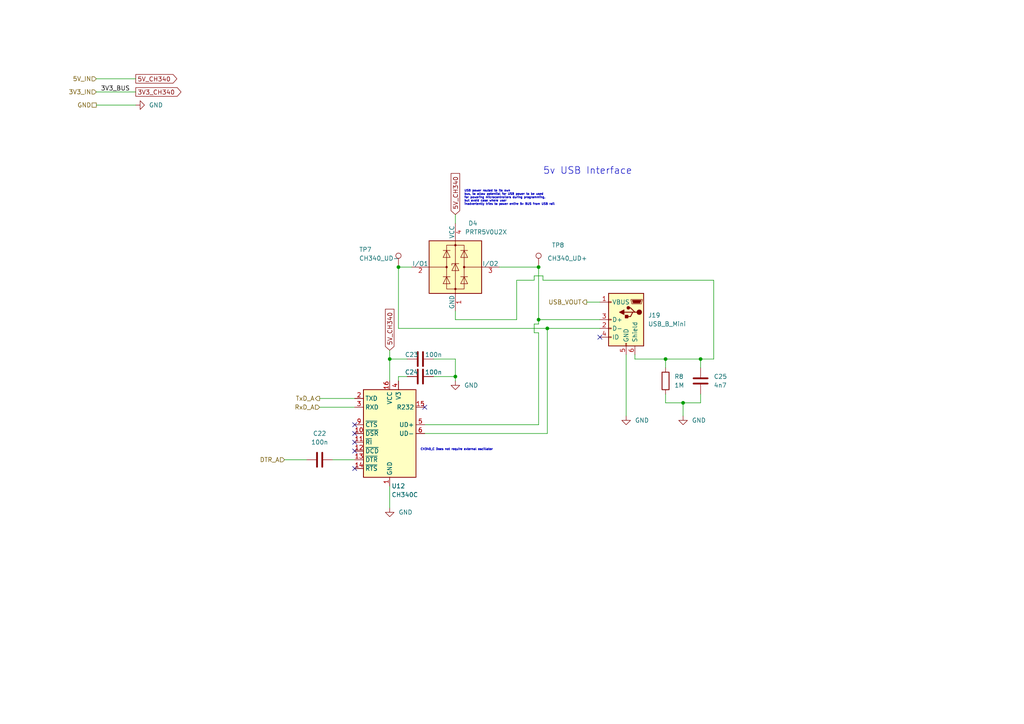
<source format=kicad_sch>
(kicad_sch (version 20211123) (generator eeschema)
  (paper "A4")
  (lib_symbols
    (symbol "000_Capacitor_Film_Immo:cap_film_0805" (pin_numbers hide) (pin_names (offset 0.254))
      (property "Reference" "C" (at 0.635 2.54 0))
      (property "Value" "cap_film_0805" (at 0.635 -2.54 0))
      (symbol "cap_film_0805_0_1"
        (polyline (pts (xy -2.032 -0.762) (xy 2.032 -0.762)) (stroke (width 0.508)))
        (polyline (pts (xy -2.032 0.762) (xy 2.032 0.762)) (stroke (width 0.508)))
      )
      (symbol "cap_film_0805_1_1"
        (pin passive line (at 0 3.81 270) (length 2.794) (name "~") (number "1"))
        (pin passive line (at 0 -3.81 90) (length 2.794) (name "~") (number "2"))
      )
    )
    (symbol "000_Resistors_Immo:Resistor_0805" (pin_numbers hide) (pin_names (offset 0))
      (property "Reference" "R?" (at 2.54 1.2701 0))
      (property "Value" "Resistor_0805" (at 2.54 -1.2699 0))
      (symbol "Resistor_0805_0_1"
        (rectangle (start -1.016 -2.54) (end 1.016 2.54) (stroke (width 0.254)))
      )
      (symbol "Resistor_0805_1_1"
        (pin passive line (at 0 3.81 270) (length 1.27) (name "~") (number "1"))
        (pin passive line (at 0 -3.81 90) (length 1.27) (name "~") (number "2"))
      )
    )
    (symbol "Connector:TestPoint" (pin_numbers hide) (pin_names (offset 0.762) hide)
      (property "Reference" "TP" (at 0 6.858 0))
      (property "Value" "TestPoint" (at 0 5.08 0))
      (symbol "TestPoint_0_1"
        (circle (center 0 3.302) (radius 0.762))
      )
      (symbol "TestPoint_1_1"
        (pin passive line (at 0 0 90) (length 2.54) (name "1") (number "1"))
      )
    )
    (symbol "Connector:USB_B_Mini" (pin_names (offset 1.016))
      (property "Reference" "J" (at -5.08 11.43 0))
      (property "Value" "USB_B_Mini" (at -5.08 8.89 0))
      (symbol "USB_B_Mini_0_1"
        (rectangle (start -5.08 -7.62) (end 5.08 7.62) (stroke (width 0.254)) (fill (type background)))
        (circle (center -3.81 2.159) (radius 0.635) (stroke (width 0.254)) (fill (type outline)))
        (circle (center -0.635 3.429) (radius 0.381) (stroke (width 0.254)) (fill (type outline)))
        (rectangle (start -0.127 -7.62) (end 0.127 -6.858))
        (polyline (pts (xy -1.905 2.159) (xy 0.635 2.159)) (stroke (width 0.254)))
        (polyline (pts (xy -3.175 2.159) (xy -2.54 2.159) (xy -1.27 3.429) (xy -0.635 3.429)) (stroke (width 0.254)))
        (polyline (pts (xy -2.54 2.159) (xy -1.905 2.159) (xy -1.27 0.889) (xy 0 0.889)) (stroke (width 0.254)))
        (polyline (pts (xy 0.635 2.794) (xy 0.635 1.524) (xy 1.905 2.159) (xy 0.635 2.794)) (stroke (width 0.254)) (fill (type outline)))
        (polyline (pts (xy -4.318 5.588) (xy -1.778 5.588) (xy -2.032 4.826) (xy -4.064 4.826) (xy -4.318 5.588)) (fill (type outline)))
        (polyline (pts (xy -4.699 5.842) (xy -4.699 5.588) (xy -4.445 4.826) (xy -4.445 4.572) (xy -1.651 4.572) (xy -1.651 4.826) (xy -1.397 5.588) (xy -1.397 5.842) (xy -4.699 5.842)))
        (rectangle (start 0.254 1.27) (end -0.508 0.508) (stroke (width 0.254)) (fill (type outline)))
        (rectangle (start 5.08 -5.207) (end 4.318 -4.953))
        (rectangle (start 5.08 -2.667) (end 4.318 -2.413))
        (rectangle (start 5.08 -0.127) (end 4.318 0.127))
        (rectangle (start 5.08 4.953) (end 4.318 5.207))
      )
      (symbol "USB_B_Mini_1_1"
        (pin power_out line (at 7.62 5.08 180) (length 2.54) (name "VBUS") (number "1"))
        (pin bidirectional line (at 7.62 -2.54 180) (length 2.54) (name "D-") (number "2"))
        (pin bidirectional line (at 7.62 0 180) (length 2.54) (name "D+") (number "3"))
        (pin passive line (at 7.62 -5.08 180) (length 2.54) (name "ID") (number "4"))
        (pin power_out line (at 0 -10.16 90) (length 2.54) (name "GND") (number "5"))
        (pin passive line (at -2.54 -10.16 90) (length 2.54) (name "Shield") (number "6"))
      )
    )
    (symbol "Interface_USB:CH340C"
      (property "Reference" "U" (at -5.08 13.97 0))
      (property "Value" "CH340C" (at 1.27 13.97 0))
      (symbol "CH340C_0_1"
        (rectangle (start -7.62 12.7) (end 7.62 -12.7) (stroke (width 0.254)) (fill (type background)))
      )
      (symbol "CH340C_1_1"
        (pin power_in line (at 0 -15.24 90) (length 2.54) (name "GND") (number "1"))
        (pin input line (at 10.16 0 180) (length 2.54) (name "~{DSR}") (number "10"))
        (pin input line (at 10.16 -2.54 180) (length 2.54) (name "~{RI}") (number "11"))
        (pin input line (at 10.16 -5.08 180) (length 2.54) (name "~{DCD}") (number "12"))
        (pin output line (at 10.16 -7.62 180) (length 2.54) (name "~{DTR}") (number "13"))
        (pin output line (at 10.16 -10.16 180) (length 2.54) (name "~{RTS}") (number "14"))
        (pin input line (at -10.16 7.62 0) (length 2.54) (name "R232") (number "15"))
        (pin power_in line (at 0 15.24 270) (length 2.54) (name "VCC") (number "16"))
        (pin output line (at 10.16 10.16 180) (length 2.54) (name "TXD") (number "2"))
        (pin input line (at 10.16 7.62 180) (length 2.54) (name "RXD") (number "3"))
        (pin passive line (at -2.54 15.24 270) (length 2.54) (name "V3") (number "4"))
        (pin bidirectional line (at -10.16 2.54 0) (length 2.54) (name "UD+") (number "5"))
        (pin bidirectional line (at -10.16 0 0) (length 2.54) (name "UD-") (number "6"))
        (pin no_connect line (at -7.62 -7.62 0) (length 2.54) hide (name "NC") (number "7"))
        (pin no_connect line (at -7.62 -10.16 0) (length 2.54) hide (name "NC") (number "8"))
        (pin input line (at 10.16 2.54 180) (length 2.54) (name "~{CTS}") (number "9"))
      )
    )
    (symbol "Power_Protection:PRTR5V0U2X" (pin_names (offset 0))
      (property "Reference" "D" (at 2.794 8.636 0))
      (property "Value" "PRTR5V0U2X" (at 8.128 -9.398 0))
      (symbol "PRTR5V0U2X_0_1"
        (rectangle (start -7.62 -7.62) (end 7.62 7.62) (stroke (width 0.254)) (fill (type background)))
        (circle (center -2.54 0) (radius 0.254) (fill (type outline)))
        (rectangle (start -2.54 6.35) (end 2.54 -6.35))
        (circle (center 0 -6.35) (radius 0.254) (fill (type outline)))
        (polyline (pts (xy -2.54 0) (xy -7.62 0)))
        (polyline (pts (xy -1.524 -2.794) (xy -3.556 -2.794)))
        (polyline (pts (xy -1.524 4.826) (xy -3.556 4.826)))
        (polyline (pts (xy 0 -7.62) (xy 0 7.62)))
        (polyline (pts (xy 1.524 -2.794) (xy 3.556 -2.794)))
        (polyline (pts (xy 1.524 4.826) (xy 3.556 4.826)))
        (polyline (pts (xy 2.54 0) (xy 7.62 0)))
        (polyline (pts (xy 1.016 1.016) (xy -1.016 1.016) (xy -1.016 0.508)))
        (polyline (pts (xy -3.556 -4.826) (xy -1.524 -4.826) (xy -2.54 -2.794) (xy -3.556 -4.826)))
        (polyline (pts (xy -3.556 2.794) (xy -1.524 2.794) (xy -2.54 4.826) (xy -3.556 2.794)))
        (polyline (pts (xy -1.016 -1.016) (xy 1.016 -1.016) (xy 0 1.016) (xy -1.016 -1.016)))
        (polyline (pts (xy 3.556 -4.826) (xy 1.524 -4.826) (xy 2.54 -2.794) (xy 3.556 -4.826)))
        (polyline (pts (xy 3.556 2.794) (xy 1.524 2.794) (xy 2.54 4.826) (xy 3.556 2.794)))
        (circle (center 0 6.35) (radius 0.254) (fill (type outline)))
        (circle (center 2.54 0) (radius 0.254) (fill (type outline)))
      )
      (symbol "PRTR5V0U2X_1_1"
        (pin passive line (at 0 -12.7 90) (length 5.08) (name "GND") (number "1"))
        (pin passive line (at -12.7 0 0) (length 5.08) (name "I/O1") (number "2"))
        (pin passive line (at 12.7 0 180) (length 5.08) (name "I/O2") (number "3"))
        (pin passive line (at 0 12.7 270) (length 5.08) (name "VCC") (number "4"))
      )
    )
    (symbol "power:GND" (power) (pin_names (offset 0))
      (property "Value" "GND" (at 0 -3.81 0))
      (symbol "GND_0_1"
        (polyline (pts (xy 0 0) (xy 0 -1.27) (xy 1.27 -1.27) (xy 0 -2.54) (xy -1.27 -1.27) (xy 0 -1.27)))
      )
      (symbol "GND_1_1"
        (pin power_in line (at 0 0 270) (length 0) hide (name "GND") (number "1"))
      )
    )
  )
  (junction (at 156.21 77.47))
  (junction (at 158.75 95.25))
  (junction (at 193.04 104.14))
  (junction (at 113.03 104.14))
  (junction (at 198.12 116.84))
  (junction (at 203.2 104.14))
  (junction (at 115.57 77.47))
  (junction (at 132.08 109.22))
  (junction (at 156.21 92.71))
  (no_connect (at 102.87 128.27))
  (no_connect (at 102.87 130.81))
  (no_connect (at 123.19 118.11))
  (no_connect (at 102.87 125.73))
  (no_connect (at 102.87 135.89))
  (no_connect (at 102.87 123.19))
  (no_connect (at 173.99 97.79))
  (wire (pts (xy 144.78 77.47) (xy 156.21 77.47)))
  (wire (pts (xy 154.94 80.01) (xy 157.48 80.01)))
  (wire (pts (xy 193.04 104.14) (xy 203.2 104.14)))
  (wire (pts (xy 113.03 104.14) (xy 113.03 110.49)))
  (wire (pts (xy 154.94 96.52) (xy 154.94 93.98)))
  (wire (pts (xy 96.52 133.35) (xy 102.87 133.35)))
  (wire (pts (xy 132.08 62.23) (xy 132.08 64.77)))
  (wire (pts (xy 156.21 92.71) (xy 173.99 92.71)))
  (wire (pts (xy 132.08 104.14) (xy 125.73 104.14)))
  (wire (pts (xy 132.08 109.22) (xy 125.73 109.22)))
  (wire (pts (xy 92.71 118.11) (xy 102.87 118.11)))
  (wire (pts (xy 115.57 109.22) (xy 118.11 109.22)))
  (wire (pts (xy 149.86 92.71) (xy 149.86 81.28)))
  (wire (pts (xy 115.57 95.25) (xy 158.75 95.25)))
  (wire (pts (xy 156.21 96.52) (xy 154.94 96.52)))
  (wire (pts (xy 92.71 115.57) (xy 102.87 115.57)))
  (wire (pts (xy 154.94 93.98) (xy 156.21 93.98)))
  (wire (pts (xy 203.2 104.14) (xy 203.2 106.68)))
  (wire (pts (xy 181.61 102.87) (xy 181.61 120.65)))
  (wire (pts (xy 184.15 104.14) (xy 193.04 104.14)))
  (wire (pts (xy 123.19 125.73) (xy 158.75 125.73)))
  (wire (pts (xy 207.01 81.28) (xy 207.01 104.14)))
  (wire (pts (xy 132.08 90.17) (xy 132.08 92.71)))
  (wire (pts (xy 27.94 22.86) (xy 39.37 22.86)))
  (wire (pts (xy 115.57 95.25) (xy 115.57 77.47)))
  (wire (pts (xy 156.21 93.98) (xy 156.21 92.71)))
  (wire (pts (xy 113.03 104.14) (xy 118.11 104.14)))
  (wire (pts (xy 158.75 125.73) (xy 158.75 95.25)))
  (wire (pts (xy 173.99 95.25) (xy 158.75 95.25)))
  (wire (pts (xy 157.48 81.28) (xy 207.01 81.28)))
  (wire (pts (xy 123.19 123.19) (xy 156.21 123.19)))
  (wire (pts (xy 132.08 109.22) (xy 132.08 104.14)))
  (wire (pts (xy 203.2 104.14) (xy 207.01 104.14)))
  (wire (pts (xy 203.2 114.3) (xy 203.2 116.84)))
  (wire (pts (xy 170.18 87.63) (xy 173.99 87.63)))
  (wire (pts (xy 113.03 140.97) (xy 113.03 147.32)))
  (wire (pts (xy 115.57 110.49) (xy 115.57 109.22)))
  (wire (pts (xy 154.94 81.28) (xy 154.94 80.01)))
  (wire (pts (xy 198.12 116.84) (xy 193.04 116.84)))
  (wire (pts (xy 132.08 92.71) (xy 149.86 92.71)))
  (wire (pts (xy 113.03 101.6) (xy 113.03 104.14)))
  (wire (pts (xy 149.86 81.28) (xy 154.94 81.28)))
  (wire (pts (xy 198.12 116.84) (xy 198.12 120.65)))
  (wire (pts (xy 156.21 77.47) (xy 156.21 92.71)))
  (wire (pts (xy 157.48 80.01) (xy 157.48 81.28)))
  (wire (pts (xy 184.15 104.14) (xy 184.15 102.87)))
  (wire (pts (xy 193.04 114.3) (xy 193.04 116.84)))
  (wire (pts (xy 193.04 104.14) (xy 193.04 106.68)))
  (wire (pts (xy 203.2 116.84) (xy 198.12 116.84)))
  (wire (pts (xy 27.94 30.48) (xy 39.37 30.48)))
  (wire (pts (xy 115.57 77.47) (xy 119.38 77.47)))
  (wire (pts (xy 82.55 133.35) (xy 88.9 133.35)))
  (wire (pts (xy 132.08 110.49) (xy 132.08 109.22)))
  (wire (pts (xy 156.21 123.19) (xy 156.21 96.52)))
  (wire (pts (xy 27.94 26.67) (xy 39.37 26.67)))
  (text "CH340_C Does not require external oscillator" (at 121.92 130.81 0) (effects (font (size 0.6 0.6)) (justify left bottom)))
  (text "USB power routed to its own\nbus, to allow potential for USB power to be used\nfor powering microcontrollers during programming, \nbut avoid case where user\ninadvertently tries to power entire 5v BUS from USB rail" (at 134.62 59.69 0) (effects (font (size 0.6 0.6)) (justify left bottom)))
  (text "5v USB Interface" (at 157.48 50.8 0) (effects (font (size 2 2)) (justify left bottom)))
  (label "3V3_BUS" (at 29.21 26.67 0))
  (global_label "5V_CH340" (shape output) (at 39.37 22.86 0) (property "Intersheet References" "${INTERSHEET_REFS}" (effects hide)))
  (global_label "3V3_CH340" (shape output) (at 39.37 26.67 0) (property "Intersheet References" "${INTERSHEET_REFS}" (effects hide)))
  (global_label "5V_CH340" (shape input) (at 132.08 62.23 90) (property "Intersheet References" "${INTERSHEET_REFS}" (effects hide)))
  (global_label "5V_CH340" (shape input) (at 113.03 101.6 90) (property "Intersheet References" "${INTERSHEET_REFS}" (effects hide)))
  (hierarchical_label "TxD_A" (shape output) (at 92.71 115.57 180))
  (hierarchical_label "5V_IN" (shape input) (at 27.94 22.86 180))
  (hierarchical_label "USB_VOUT" (shape output) (at 170.18 87.63 180))
  (hierarchical_label "3V3_IN" (shape input) (at 27.94 26.67 180))
  (hierarchical_label "RxD_A" (shape input) (at 92.71 118.11 180))
  (hierarchical_label "GND" (shape passive) (at 27.94 30.48 180))
  (hierarchical_label "DTR_A" (shape input) (at 82.55 133.35 180))
  (symbol (lib_id "000_Capacitor_Film_Immo:cap_film_0805") (at 92.71 133.35 90) (unit 1)
    (property "Reference" "C22" (at 92.71 125.73 90))
    (property "Value" "100n" (at 92.71 128.27 90))
    (property "Footprint" "Capacitor_SMD:C_0805_2012Metric_Pad1.18x1.45mm_HandSolder" (effects hide))
  )
  (symbol (lib_id "power:GND") (at 181.61 120.65 0) (unit 1)
    (property "Reference" "#PWR072" (effects hide))
    (property "Value" "GND" (at 184.15 121.9199 0) (effects (justify left)))
  )
  (symbol (lib_id "000_Capacitor_Film_Immo:cap_film_0805") (at 121.92 109.22 90) (unit 1)
    (property "Reference" "C24" (at 119.38 107.95 90))
    (property "Value" "100n" (at 125.73 107.95 90))
    (property "Footprint" "Capacitor_SMD:C_0805_2012Metric_Pad1.18x1.45mm_HandSolder" (effects hide))
  )
  (symbol (lib_id "Connector:TestPoint") (at 156.21 77.47 0) (unit 1)
    (property "Reference" "TP8" (at 160.02 71.12 0) (effects (justify left)))
    (property "Value" "CH340_UD+" (at 158.75 74.93 0) (effects (justify left)))
  )
  (symbol (lib_id "Power_Protection:PRTR5V0U2X") (at 132.08 77.47 0) (unit 1)
    (property "Reference" "D4" (at 137.16 64.77 0))
    (property "Value" "PRTR5V0U2X" (at 140.97 67.31 0))
    (property "Footprint" "Package_TO_SOT_SMD:SOT-143" (effects hide))
    (property "Datasheet" "https://assets.nexperia.com/documents/data-sheet/PRTR5V0U2X.pdf" (effects hide))
  )
  (symbol (lib_id "power:GND") (at 113.03 147.32 0) (unit 1)
    (property "Reference" "#PWR070" (effects hide))
    (property "Value" "GND" (at 115.57 148.5899 0) (effects (justify left)))
  )
  (symbol (lib_id "power:GND") (at 198.12 120.65 0) (unit 1)
    (property "Reference" "#PWR073" (effects hide))
    (property "Value" "GND" (at 200.66 121.9199 0) (effects (justify left)))
  )
  (symbol (lib_id "000_Resistors_Immo:Resistor_0805") (at 193.04 110.49 0) (unit 1)
    (property "Reference" "R8" (at 195.58 109.2199 0) (effects (justify left)))
    (property "Value" "1M" (at 195.58 111.76 0) (effects (justify left)))
    (property "Footprint" "Resistor_SMD:R_0805_2012Metric_Pad1.20x1.40mm_HandSolder" (effects hide))
  )
  (symbol (lib_id "power:GND") (at 132.08 110.49 0) (unit 1)
    (property "Reference" "#PWR071" (effects hide))
    (property "Value" "GND" (at 134.62 111.7599 0) (effects (justify left)))
  )
  (symbol (lib_id "Connector:TestPoint") (at 115.57 77.47 0) (unit 1)
    (property "Reference" "TP7" (at 104.14 72.39 0) (effects (justify left)))
    (property "Value" "CH340_UD-" (at 104.14 74.93 0) (effects (justify left)))
  )
  (symbol (lib_id "Connector:USB_B_Mini") (at 181.61 92.71 0) (mirror y) (unit 1)
    (property "Reference" "J19" (at 187.96 91.4399 0) (effects (justify right)))
    (property "Value" "USB_B_Mini" (at 187.96 93.9799 0) (effects (justify right)))
  )
  (symbol (lib_id "000_Capacitor_Film_Immo:cap_film_0805") (at 203.2 110.49 180) (unit 1)
    (property "Reference" "C25" (at 207.01 109.2199 0) (effects (justify right)))
    (property "Value" "4n7" (at 207.01 111.7599 0) (effects (justify right)))
    (property "Footprint" "Capacitor_SMD:C_0805_2012Metric_Pad1.18x1.45mm_HandSolder" (effects hide))
  )
  (symbol (lib_id "Interface_USB:CH340C") (at 113.03 125.73 0) (mirror y) (unit 1)
    (property "Reference" "U12" (at 113.5506 140.97 0) (effects (justify right)))
    (property "Value" "CH340C" (at 113.5506 143.51 0) (effects (justify right)))
    (property "Footprint" "Package_SO:SOIC-16_3.9x9.9mm_P1.27mm" (effects hide))
    (property "Datasheet" "https://datasheet.lcsc.com/szlcsc/Jiangsu-Qin-Heng-CH340C_C84681.pdf" (effects hide))
  )
  (symbol (lib_id "000_Capacitor_Film_Immo:cap_film_0805") (at 121.92 104.14 90) (unit 1)
    (property "Reference" "C23" (at 119.38 102.87 90))
    (property "Value" "100n" (at 125.73 102.87 90))
    (property "Footprint" "Capacitor_SMD:C_0805_2012Metric_Pad1.18x1.45mm_HandSolder" (effects hide))
  )
  (symbol (lib_id "power:GND") (at 39.37 30.48 90) (unit 1)
    (property "Reference" "#PWR069" (effects hide))
    (property "Value" "GND" (at 43.18 30.4799 90) (effects (justify right)))
  )
)
</source>
